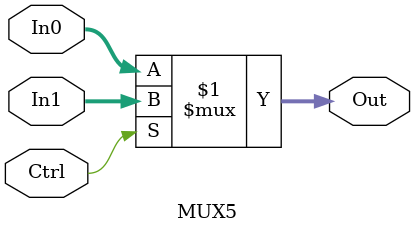
<source format=v>
module MUX5(
	input [4:0] In0,
	input [4:0] In1,
	output [4:0] Out,
	input Ctrl
);
	assign Out=Ctrl?In1:In0;
endmodule
</source>
